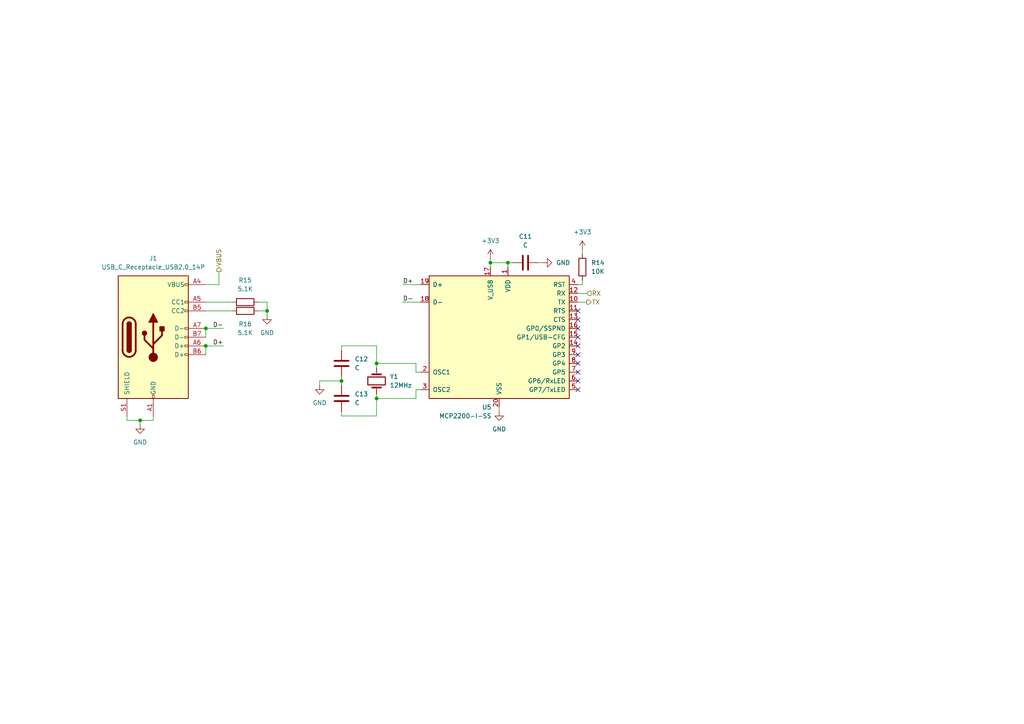
<source format=kicad_sch>
(kicad_sch (version 20231120) (generator "eeschema") (generator_version "8.0")
  (paper "A4")
  (lib_symbols
    (symbol "Connector:USB_C_Receptacle_USB2.0_14P" (pin_names (offset 1.016))
      (property "Reference" "J" (at 0 22.225 0))
      (property "Value" "USB_C_Receptacle_USB2.0_14P" (at 0 19.685 0))
      (symbol "USB_C_Receptacle_USB2.0_14P_0_0"
        (rectangle (start -0.254 -17.78) (end 0.254 -16.764))
        (rectangle (start 10.16 -4.826) (end 9.144 -5.334))
        (rectangle (start 10.16 -2.286) (end 9.144 -2.794))
        (rectangle (start 10.16 0.254) (end 9.144 -0.254))
        (rectangle (start 10.16 2.794) (end 9.144 2.286))
        (rectangle (start 10.16 7.874) (end 9.144 7.366))
        (rectangle (start 10.16 10.414) (end 9.144 9.906))
        (rectangle (start 10.16 15.494) (end 9.144 14.986))
      )
      (symbol "USB_C_Receptacle_USB2.0_14P_0_1"
        (rectangle (start -10.16 17.78) (end 10.16 -17.78) (stroke (width 0.254)) (fill (type background)))
        (arc (start -8.89 -3.81) (mid -6.985 -5.7067) (end -5.08 -3.81) (stroke (width 0.508)))
        (arc (start -7.62 -3.81) (mid -6.985 -4.4423) (end -6.35 -3.81) (stroke (width 0.254)))
        (arc (start -7.62 -3.81) (mid -6.985 -4.4423) (end -6.35 -3.81) (stroke (width 0.254)) (fill (type outline)))
        (rectangle (start -7.62 -3.81) (end -6.35 3.81) (stroke (width 0.254)) (fill (type outline)))
        (arc (start -6.35 3.81) (mid -6.985 4.4423) (end -7.62 3.81) (stroke (width 0.254)))
        (arc (start -6.35 3.81) (mid -6.985 4.4423) (end -7.62 3.81) (stroke (width 0.254)) (fill (type outline)))
        (arc (start -5.08 3.81) (mid -6.985 5.7067) (end -8.89 3.81) (stroke (width 0.508)))
        (circle (center -2.54 1.143) (radius 0.635) (stroke (width 0.254)) (fill (type outline)))
        (circle (center 0 -5.842) (radius 1.27) (fill (type outline)))
        (polyline (pts (xy -8.89 -3.81) (xy -8.89 3.81)) (stroke (width 0.508)))
        (polyline (pts (xy -5.08 3.81) (xy -5.08 -3.81)) (stroke (width 0.508)))
        (polyline (pts (xy 0 -5.842) (xy 0 4.318)) (stroke (width 0.508)))
        (polyline (pts (xy 0 -3.302) (xy -2.54 -0.762) (xy -2.54 0.508)) (stroke (width 0.508)))
        (polyline (pts (xy 0 -2.032) (xy 2.54 0.508) (xy 2.54 1.778)) (stroke (width 0.508)))
        (polyline (pts (xy -1.27 4.318) (xy 0 6.858) (xy 1.27 4.318) (xy -1.27 4.318)) (stroke (width 0.254)) (fill (type outline)))
        (rectangle (start 1.905 1.778) (end 3.175 3.048) (stroke (width 0.254)) (fill (type outline)))
      )
      (symbol "USB_C_Receptacle_USB2.0_14P_1_1"
        (pin passive line (at 0 -22.86 90) (length 5.08) (name "GND") (number "A1"))
        (pin passive line (at 0 -22.86 90) (length 5.08) hide (name "GND") (number "A12"))
        (pin passive line (at 15.24 15.24 180) (length 5.08) (name "VBUS") (number "A4"))
        (pin bidirectional line (at 15.24 10.16 180) (length 5.08) (name "CC1") (number "A5"))
        (pin bidirectional line (at 15.24 -2.54 180) (length 5.08) (name "D+") (number "A6"))
        (pin bidirectional line (at 15.24 2.54 180) (length 5.08) (name "D-") (number "A7"))
        (pin passive line (at 15.24 15.24 180) (length 5.08) hide (name "VBUS") (number "A9"))
        (pin passive line (at 0 -22.86 90) (length 5.08) hide (name "GND") (number "B1"))
        (pin passive line (at 0 -22.86 90) (length 5.08) hide (name "GND") (number "B12"))
        (pin passive line (at 15.24 15.24 180) (length 5.08) hide (name "VBUS") (number "B4"))
        (pin bidirectional line (at 15.24 7.62 180) (length 5.08) (name "CC2") (number "B5"))
        (pin bidirectional line (at 15.24 -5.08 180) (length 5.08) (name "D+") (number "B6"))
        (pin bidirectional line (at 15.24 0 180) (length 5.08) (name "D-") (number "B7"))
        (pin passive line (at 15.24 15.24 180) (length 5.08) hide (name "VBUS") (number "B9"))
        (pin passive line (at -7.62 -22.86 90) (length 5.08) (name "SHIELD") (number "S1"))
      )
    )
    (symbol "Device:C" (pin_numbers hide) (pin_names (offset 0.254))
      (property "Reference" "C" (at 0.635 2.54 0))
      (property "Value" "C" (at 0.635 -2.54 0))
      (symbol "C_0_1"
        (polyline (pts (xy -2.032 -0.762) (xy 2.032 -0.762)) (stroke (width 0.508)))
        (polyline (pts (xy -2.032 0.762) (xy 2.032 0.762)) (stroke (width 0.508)))
      )
      (symbol "C_1_1"
        (pin passive line (at 0 3.81 270) (length 2.794) (name "~") (number "1"))
        (pin passive line (at 0 -3.81 90) (length 2.794) (name "~") (number "2"))
      )
    )
    (symbol "Device:Crystal" (pin_numbers hide) (pin_names (offset 1.016) hide)
      (property "Reference" "Y" (at 0 3.81 0))
      (property "Value" "Crystal" (at 0 -3.81 0))
      (symbol "Crystal_0_1"
        (rectangle (start -1.143 2.54) (end 1.143 -2.54) (stroke (width 0.3048)))
        (polyline (pts (xy -2.54 0) (xy -1.905 0)))
        (polyline (pts (xy -1.905 -1.27) (xy -1.905 1.27)) (stroke (width 0.508)))
        (polyline (pts (xy 1.905 -1.27) (xy 1.905 1.27)) (stroke (width 0.508)))
        (polyline (pts (xy 2.54 0) (xy 1.905 0)))
      )
      (symbol "Crystal_1_1"
        (pin passive line (at -3.81 0 0) (length 1.27) (name "1") (number "1"))
        (pin passive line (at 3.81 0 180) (length 1.27) (name "2") (number "2"))
      )
    )
    (symbol "Device:R" (pin_numbers hide) (pin_names (offset 0))
      (property "Reference" "R" (at 2.032 0 90))
      (property "Value" "R" (at 0 0 90))
      (symbol "R_0_1"
        (rectangle (start -1.016 -2.54) (end 1.016 2.54) (stroke (width 0.254)))
      )
      (symbol "R_1_1"
        (pin passive line (at 0 3.81 270) (length 1.27) (name "~") (number "1"))
        (pin passive line (at 0 -3.81 90) (length 1.27) (name "~") (number "2"))
      )
    )
    (symbol "Interface_USB:MCP2200-I-SS" (pin_names (offset 1.016))
      (property "Reference" "U" (at -20.32 -19.05 0))
      (property "Value" "MCP2200-I-SS" (at -20.32 19.05 0))
      (symbol "MCP2200-I-SS_0_1"
        (rectangle (start -20.32 17.78) (end 20.32 -17.78) (stroke (width 0.254)) (fill (type background)))
      )
      (symbol "MCP2200-I-SS_1_1"
        (pin power_in line (at -2.54 20.32 270) (length 2.54) (name "VDD") (number "1"))
        (pin output line (at -22.86 10.16 0) (length 2.54) (name "TX") (number "10"))
        (pin output line (at -22.86 7.62 0) (length 2.54) (name "RTS") (number "11"))
        (pin input line (at -22.86 12.7 0) (length 2.54) (name "RX") (number "12"))
        (pin input line (at -22.86 5.08 0) (length 2.54) (name "CTS") (number "13"))
        (pin bidirectional line (at -22.86 -2.54 0) (length 2.54) (name "GP2") (number "14"))
        (pin bidirectional line (at -22.86 0 0) (length 2.54) (name "GP1/USB-CFG") (number "15"))
        (pin bidirectional line (at -22.86 2.54 0) (length 2.54) (name "GP0/SSPND") (number "16"))
        (pin power_in line (at 2.54 20.32 270) (length 2.54) (name "V_USB") (number "17"))
        (pin bidirectional line (at 22.86 10.16 180) (length 2.54) (name "D-") (number "18"))
        (pin bidirectional line (at 22.86 15.24 180) (length 2.54) (name "D+") (number "19"))
        (pin input line (at 22.86 -10.16 180) (length 2.54) (name "OSC1") (number "2"))
        (pin power_in line (at 0 -20.32 90) (length 2.54) (name "VSS") (number "20"))
        (pin output line (at 22.86 -15.24 180) (length 2.54) (name "OSC2") (number "3"))
        (pin input line (at -22.86 15.24 0) (length 2.54) (name "RST") (number "4"))
        (pin bidirectional line (at -22.86 -15.24 0) (length 2.54) (name "GP7/TxLED") (number "5"))
        (pin bidirectional line (at -22.86 -12.7 0) (length 2.54) (name "GP6/RxLED") (number "6"))
        (pin bidirectional line (at -22.86 -10.16 0) (length 2.54) (name "GP5") (number "7"))
        (pin bidirectional line (at -22.86 -7.62 0) (length 2.54) (name "GP4") (number "8"))
        (pin bidirectional line (at -22.86 -5.08 0) (length 2.54) (name "GP3") (number "9"))
      )
    )
    (symbol "power:+3V3" (power) (pin_numbers hide) (pin_names (offset 0) hide)
      (property "Value" "+3V3" (at 0 3.556 0))
      (symbol "+3V3_0_1"
        (polyline (pts (xy -0.762 1.27) (xy 0 2.54)))
        (polyline (pts (xy 0 0) (xy 0 2.54)))
        (polyline (pts (xy 0 2.54) (xy 0.762 1.27)))
      )
      (symbol "+3V3_1_1"
        (pin power_in line (at 0 0 90) (length 0) (name "~") (number "1"))
      )
    )
    (symbol "power:GND" (power) (pin_numbers hide) (pin_names (offset 0) hide)
      (property "Value" "GND" (at 0 -3.81 0))
      (symbol "GND_0_1"
        (polyline (pts (xy 0 0) (xy 0 -1.27) (xy 1.27 -1.27) (xy 0 -2.54) (xy -1.27 -1.27) (xy 0 -1.27)))
      )
      (symbol "GND_1_1"
        (pin power_in line (at 0 0 270) (length 0) (name "~") (number "1"))
      )
    )
  )
  (junction (at 59.69 95.25))
  (junction (at 109.22 115.57))
  (junction (at 59.69 100.33))
  (junction (at 142.24 76.2))
  (junction (at 109.22 105.41))
  (junction (at 77.47 90.17))
  (junction (at 99.06 110.49))
  (junction (at 147.32 76.2))
  (junction (at 40.64 121.92))
  (no_connect (at 167.64 92.71))
  (no_connect (at 167.64 110.49))
  (no_connect (at 167.64 102.87))
  (no_connect (at 167.64 107.95))
  (no_connect (at 167.64 100.33))
  (no_connect (at 167.64 90.17))
  (no_connect (at 167.64 105.41))
  (no_connect (at 167.64 97.79))
  (no_connect (at 167.64 113.03))
  (no_connect (at 167.64 95.25))
  (wire (pts (xy 116.84 82.55) (xy 121.92 82.55)))
  (wire (pts (xy 59.69 87.63) (xy 67.31 87.63)))
  (wire (pts (xy 109.22 120.65) (xy 109.22 115.57)))
  (wire (pts (xy 121.92 113.03) (xy 120.65 113.03)))
  (wire (pts (xy 59.69 95.25) (xy 64.77 95.25)))
  (wire (pts (xy 109.22 106.68) (xy 109.22 105.41)))
  (wire (pts (xy 167.64 82.55) (xy 168.91 82.55)))
  (wire (pts (xy 157.48 76.2) (xy 156.21 76.2)))
  (wire (pts (xy 59.69 102.87) (xy 59.69 100.33)))
  (wire (pts (xy 74.93 90.17) (xy 77.47 90.17)))
  (wire (pts (xy 148.59 76.2) (xy 147.32 76.2)))
  (wire (pts (xy 142.24 74.93) (xy 142.24 76.2)))
  (wire (pts (xy 147.32 77.47) (xy 147.32 76.2)))
  (wire (pts (xy 99.06 100.33) (xy 99.06 101.6)))
  (wire (pts (xy 59.69 100.33) (xy 64.77 100.33)))
  (wire (pts (xy 99.06 111.76) (xy 99.06 110.49)))
  (wire (pts (xy 120.65 107.95) (xy 120.65 105.41)))
  (wire (pts (xy 120.65 115.57) (xy 109.22 115.57)))
  (wire (pts (xy 59.69 90.17) (xy 67.31 90.17)))
  (wire (pts (xy 77.47 87.63) (xy 74.93 87.63)))
  (wire (pts (xy 99.06 110.49) (xy 99.06 109.22)))
  (wire (pts (xy 40.64 121.92) (xy 44.45 121.92)))
  (wire (pts (xy 116.84 87.63) (xy 121.92 87.63)))
  (wire (pts (xy 109.22 105.41) (xy 109.22 100.33)))
  (wire (pts (xy 63.5 82.55) (xy 63.5 78.74)))
  (wire (pts (xy 109.22 115.57) (xy 109.22 114.3)))
  (wire (pts (xy 36.83 121.92) (xy 36.83 120.65)))
  (wire (pts (xy 168.91 72.39) (xy 168.91 73.66)))
  (wire (pts (xy 99.06 119.38) (xy 99.06 120.65)))
  (wire (pts (xy 40.64 121.92) (xy 40.64 123.19)))
  (wire (pts (xy 92.71 110.49) (xy 99.06 110.49)))
  (wire (pts (xy 59.69 82.55) (xy 63.5 82.55)))
  (wire (pts (xy 99.06 120.65) (xy 109.22 120.65)))
  (wire (pts (xy 121.92 107.95) (xy 120.65 107.95)))
  (wire (pts (xy 77.47 90.17) (xy 77.47 87.63)))
  (wire (pts (xy 109.22 100.33) (xy 99.06 100.33)))
  (wire (pts (xy 77.47 91.44) (xy 77.47 90.17)))
  (wire (pts (xy 36.83 121.92) (xy 40.64 121.92)))
  (wire (pts (xy 59.69 97.79) (xy 59.69 95.25)))
  (wire (pts (xy 92.71 111.76) (xy 92.71 110.49)))
  (wire (pts (xy 120.65 113.03) (xy 120.65 115.57)))
  (wire (pts (xy 144.78 119.38) (xy 144.78 118.11)))
  (wire (pts (xy 167.64 87.63) (xy 170.18 87.63)))
  (wire (pts (xy 120.65 105.41) (xy 109.22 105.41)))
  (wire (pts (xy 167.64 85.09) (xy 170.18 85.09)))
  (wire (pts (xy 44.45 121.92) (xy 44.45 120.65)))
  (wire (pts (xy 147.32 76.2) (xy 142.24 76.2)))
  (wire (pts (xy 142.24 76.2) (xy 142.24 77.47)))
  (wire (pts (xy 168.91 82.55) (xy 168.91 81.28)))
  (label "D+" (at 64.77 100.33 180))
  (label "D-" (at 64.77 95.25 180))
  (label "D+" (at 116.84 82.55 0))
  (label "D-" (at 116.84 87.63 0))
  (hierarchical_label "TX" (shape output) (at 170.18 87.63 0))
  (hierarchical_label "RX" (shape input) (at 170.18 85.09 0))
  (hierarchical_label "VBUS" (shape output) (at 63.5 78.74 90))
  (symbol (lib_id "Device:R") (at 168.91 77.47 0) (unit 1)
    (property "Reference" "R14" (at 171.45 76.1999 0) (effects (justify left)))
    (property "Value" "10K" (at 171.45 78.7399 0) (effects (justify left)))
    (property "Description" "Resistor" (effects (hide yes)))
  )
  (symbol (lib_id "Connector:USB_C_Receptacle_USB2.0_14P") (at 44.45 97.79 0) (unit 1)
    (property "Reference" "J1" (at 44.45 74.93 0))
    (property "Value" "USB_C_Receptacle_USB2.0_14P" (at 44.45 77.47 0))
    (property "Datasheet" "https://www.usb.org/sites/default/files/documents/usb_type-c.zip" (effects (hide yes)))
    (property "Description" "USB 2.0-only 14P Type-C Receptacle connector" (effects (hide yes)))
  )
  (symbol (lib_id "Device:C") (at 99.06 115.57 180) (unit 1)
    (property "Reference" "C13" (at 102.87 114.2999 0) (effects (justify right)))
    (property "Value" "C" (at 102.87 116.8399 0) (effects (justify right)))
    (property "Description" "Unpolarized capacitor" (effects (hide yes)))
  )
  (symbol (lib_id "power:+3V3") (at 142.24 74.93 0) (unit 1)
    (property "Reference" "#PWR033" (effects (hide yes)))
    (property "Value" "+3V3" (at 142.24 69.85 0))
    (property "Description" "Power symbol creates a global label with name \"+3V3\"" (effects (hide yes)))
  )
  (symbol (lib_id "Device:Crystal") (at 109.22 110.49 90) (unit 1)
    (property "Reference" "Y1" (at 113.03 109.2199 90) (effects (justify right)))
    (property "Value" "12MHz" (at 113.03 111.7599 90) (effects (justify right)))
    (property "Description" "Two pin crystal" (effects (hide yes)))
  )
  (symbol (lib_id "power:GND") (at 40.64 123.19 0) (unit 1)
    (property "Reference" "#PWR040" (effects (hide yes)))
    (property "Value" "GND" (at 40.64 128.27 0))
    (property "Description" "Power symbol creates a global label with name \"GND\" , ground" (effects (hide yes)))
  )
  (symbol (lib_id "power:+3V3") (at 168.91 72.39 0) (unit 1)
    (property "Reference" "#PWR037" (effects (hide yes)))
    (property "Value" "+3V3" (at 168.91 67.31 0))
    (property "Description" "Power symbol creates a global label with name \"+3V3\"" (effects (hide yes)))
  )
  (symbol (lib_id "Interface_USB:MCP2200-I-SS") (at 144.78 97.79 0) (mirror y) (unit 1)
    (property "Reference" "U5" (at 142.5859 118.11 0) (effects (justify left)))
    (property "Value" "MCP2200-I-SS" (at 142.5859 120.65 0) (effects (justify left)))
    (property "Footprint" "Package_SO:SSOP-20_5.3x7.2mm_P0.65mm" (effects (hide yes)))
    (property "Datasheet" "http://ww1.microchip.com/downloads/en/DeviceDoc/200022228D.pdf" (effects (hide yes)))
    (property "Description" "USB 2.0 to UART Protocol Converter with GPIO, SSOP-20" (effects (hide yes)))
  )
  (symbol (lib_id "power:GND") (at 92.71 111.76 0) (unit 1)
    (property "Reference" "#PWR038" (effects (hide yes)))
    (property "Value" "GND" (at 92.71 116.84 0))
    (property "Description" "Power symbol creates a global label with name \"GND\" , ground" (effects (hide yes)))
  )
  (symbol (lib_id "Device:R") (at 71.12 90.17 90) (unit 1)
    (property "Reference" "R16" (at 71.12 93.98 90))
    (property "Value" "5.1K" (at 71.12 96.52 90))
    (property "Description" "Resistor" (effects (hide yes)))
  )
  (symbol (lib_id "Device:R") (at 71.12 87.63 90) (unit 1)
    (property "Reference" "R15" (at 71.12 81.28 90))
    (property "Value" "5.1K" (at 71.12 83.82 90))
    (property "Description" "Resistor" (effects (hide yes)))
  )
  (symbol (lib_id "power:GND") (at 157.48 76.2 90) (unit 1)
    (property "Reference" "#PWR036" (effects (hide yes)))
    (property "Value" "GND" (at 161.29 76.1999 90) (effects (justify right)))
    (property "Description" "Power symbol creates a global label with name \"GND\" , ground" (effects (hide yes)))
  )
  (symbol (lib_id "power:GND") (at 77.47 91.44 0) (unit 1)
    (property "Reference" "#PWR039" (effects (hide yes)))
    (property "Value" "GND" (at 77.47 96.52 0))
    (property "Description" "Power symbol creates a global label with name \"GND\" , ground" (effects (hide yes)))
  )
  (symbol (lib_id "power:GND") (at 144.78 119.38 0) (unit 1)
    (property "Reference" "#PWR035" (effects (hide yes)))
    (property "Value" "GND" (at 144.78 124.46 0))
    (property "Description" "Power symbol creates a global label with name \"GND\" , ground" (effects (hide yes)))
  )
  (symbol (lib_id "Device:C") (at 152.4 76.2 90) (unit 1)
    (property "Reference" "C11" (at 152.4 68.58 90))
    (property "Value" "C" (at 152.4 71.12 90))
    (property "Description" "Unpolarized capacitor" (effects (hide yes)))
  )
  (symbol (lib_id "Device:C") (at 99.06 105.41 180) (unit 1)
    (property "Reference" "C12" (at 102.87 104.1399 0) (effects (justify right)))
    (property "Value" "C" (at 102.87 106.6799 0) (effects (justify right)))
    (property "Description" "Unpolarized capacitor" (effects (hide yes)))
  )
)
</source>
